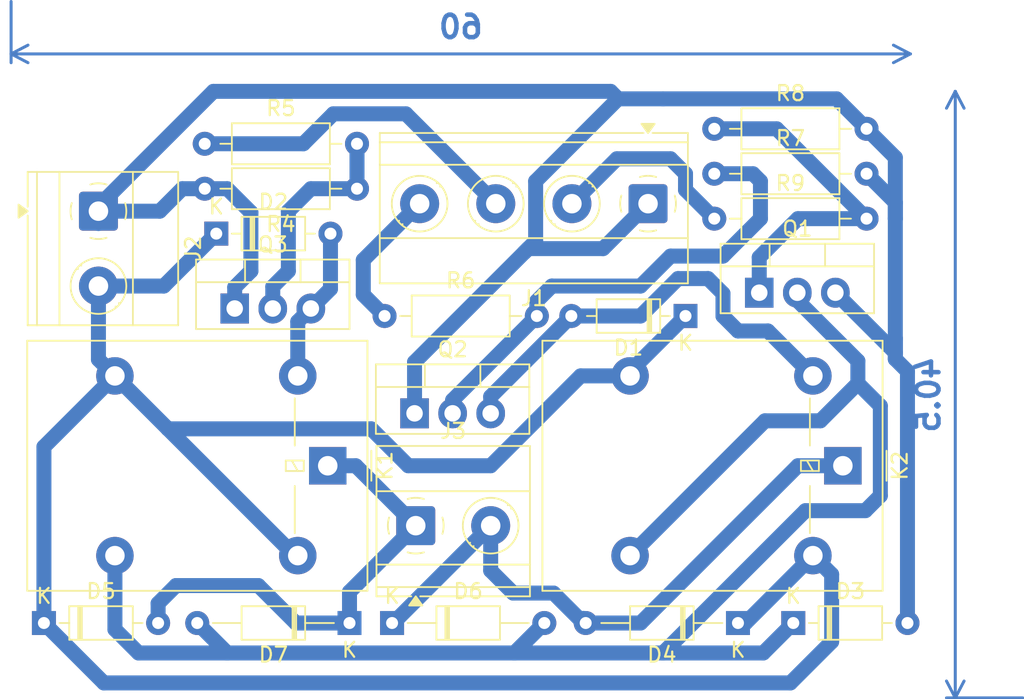
<source format=kicad_pcb>
(kicad_pcb (version 20241229) (generator "pcbnew") (generator_version "9.0")
  (layers (0 "F.Cu" signal) (2 "B.Cu" signal) (13 "F.Paste" user) (15 "B.Paste" user) (5 "F.SilkS" user "F.Silkscreen") (7 "B.SilkS" user "B.Silkscreen") (1 "F.Mask" user) (3 "B.Mask" user) (25 "Edge.Cuts" user))
  (net 0 "")
  (net 1 "Net-(D1-A)")
  (net 2 "VAA")
  (net 3 "Net-(D2-A)")
  (net 4 "GND")
  (net 5 "/mos_h")
  (net 6 "/com2")
  (net 7 "/com1")
  (net 8 "/in1")
  (net 9 "/Pwm")
  (net 10 "/in2")
  (net 11 "Net-(Q1-G)")
  (net 12 "Net-(Q2-B)")
  (net 13 "Net-(Q3-B)")
  (footprint "Diode_THT:D_DO-35_SOD27_P10.16mm_Horizontal" (layer "F.Cu") (at 157 64 180)
    (property "Reference" "D4" (at 5.08 -2.12 180) (layer "F.SilkS"))
    (property "Value" "D")
    (fp_line (start 9.12 0) (end 7.2 0) (stroke (width 0.12)) (layer "F.SilkS"))
    (fp_line (start 7.2 1.12) (end 7.2 -1.12) (stroke (width 0.12)) (layer "F.SilkS"))
    (fp_line (start 7.2 -1.12) (end 2.96 -1.12) (stroke (width 0.12)) (layer "F.SilkS"))
    (fp_line (start 3.8 -1.12) (end 3.8 1.12) (stroke (width 0.12)) (layer "F.SilkS"))
    (fp_line (start 3.68 -1.12) (end 3.68 1.12) (stroke (width 0.12)) (layer "F.SilkS"))
    (fp_line (start 3.56 -1.12) (end 3.56 1.12) (stroke (width 0.12)) (layer "F.SilkS"))
    (fp_line (start 2.96 1.12) (end 7.2 1.12) (stroke (width 0.12)) (layer "F.SilkS"))
    (fp_line (start 2.96 -1.12) (end 2.96 1.12) (stroke (width 0.12)) (layer "F.SilkS"))
    (fp_line (start 1.04 0) (end 2.96 0) (stroke (width 0.12)) (layer "F.SilkS"))
    (fp_text user "K" (at 0 -1.8 180) (layer "F.SilkS"))
    (pad "1" thru_hole rect (at 0 0 180) (size 1.6 1.6) (drill 0.8) (layers "*.Cu" "*.Mask") (net 2 "VAA"))
    (pad "2" thru_hole oval (at 10.16 0 180) (size 1.6 1.6) (drill 0.8) (layers "*.Cu" "*.Mask") (net 6 "/com2"))
  )
  (footprint "Resistor_THT:R_Axial_DIN0207_L6.3mm_D2.5mm_P10.16mm_Horizontal" (layer "F.Cu") (at 155.42 34)
    (property "Reference" "R7" (at 5.08 -2.37 0) (layer "F.SilkS"))
    (property "Value" "1k")
    (fp_line (start 1.04 0) (end 1.81 0) (stroke (width 0.12)) (layer "F.SilkS"))
    (fp_line (start 1.81 -1.37) (end 1.81 1.37) (stroke (width 0.12)) (layer "F.SilkS"))
    (fp_line (start 1.81 1.37) (end 8.35 1.37) (stroke (width 0.12)) (layer "F.SilkS"))
    (fp_line (start 8.35 -1.37) (end 1.81 -1.37) (stroke (width 0.12)) (layer "F.SilkS"))
    (fp_line (start 8.35 1.37) (end 8.35 -1.37) (stroke (width 0.12)) (layer "F.SilkS"))
    (fp_line (start 9.12 0) (end 8.35 0) (stroke (width 0.12)) (layer "F.SilkS"))
    (pad "1" thru_hole circle (at 0 0) (size 1.6 1.6) (drill 0.8) (layers "*.Cu" "*.Mask") (net 12 "Net-(Q2-B)"))
    (pad "2" thru_hole oval (at 10.16 0) (size 1.6 1.6) (drill 0.8) (layers "*.Cu" "*.Mask") (net 4 "GND"))
  )
  (footprint "Diode_THT:D_DO-35_SOD27_P10.16mm_Horizontal" (layer "F.Cu") (at 133.92 64)
    (property "Reference" "D6" (at 5.08 -2.12 0) (layer "F.SilkS"))
    (property "Value" "D")
    (fp_line (start 1.04 0) (end 2.96 0) (stroke (width 0.12)) (layer "F.SilkS"))
    (fp_line (start 2.96 -1.12) (end 2.96 1.12) (stroke (width 0.12)) (layer "F.SilkS"))
    (fp_line (start 2.96 1.12) (end 7.2 1.12) (stroke (width 0.12)) (layer "F.SilkS"))
    (fp_line (start 3.56 -1.12) (end 3.56 1.12) (stroke (width 0.12)) (layer "F.SilkS"))
    (fp_line (start 3.68 -1.12) (end 3.68 1.12) (stroke (width 0.12)) (layer "F.SilkS"))
    (fp_line (start 3.8 -1.12) (end 3.8 1.12) (stroke (width 0.12)) (layer "F.SilkS"))
    (fp_line (start 7.2 -1.12) (end 2.96 -1.12) (stroke (width 0.12)) (layer "F.SilkS"))
    (fp_line (start 7.2 1.12) (end 7.2 -1.12) (stroke (width 0.12)) (layer "F.SilkS"))
    (fp_line (start 9.12 0) (end 7.2 0) (stroke (width 0.12)) (layer "F.SilkS"))
    (fp_text user "K" (at 0 -1.8 0) (layer "F.SilkS"))
    (pad "1" thru_hole rect (at 0 0) (size 1.6 1.6) (drill 0.8) (layers "*.Cu" "*.Mask") (net 6 "/com2"))
    (pad "2" thru_hole oval (at 10.16 0) (size 1.6 1.6) (drill 0.8) (layers "*.Cu" "*.Mask") (net 5 "/mos_h"))
  )
  (footprint "TerminalBlock_Phoenix:TerminalBlock_Phoenix_MKDS-1,5-2_1x02_P5.00mm_Horizontal" (layer "F.Cu") (at 135.5 57.5)
    (property "Reference" "J3" (at 2.5 -6.32 0) (layer "F.SilkS"))
    (property "Value" "motor")
    (fp_line (start -2.62 -5.32) (end -2.62 4.72) (stroke (width 0.12)) (layer "F.SilkS"))
    (fp_line (start -2.62 -5.32) (end 7.62 -5.32) (stroke (width 0.12)) (layer "F.SilkS"))
    (fp_line (start -2.62 -2.3) (end 7.62 -2.3) (stroke (width 0.12)) (layer "F.SilkS"))
    (fp_line (start -2.62 2.6) (end 7.62 2.6) (stroke (width 0.12)) (layer "F.SilkS"))
    (fp_line (start -2.62 4.1) (end 7.62 4.1) (stroke (width 0.12)) (layer "F.SilkS"))
    (fp_line (start -2.62 4.72) (end -0.3 4.72) (stroke (width 0.12)) (layer "F.SilkS"))
    (fp_line (start 0.3 4.72) (end 7.62 4.72) (stroke (width 0.12)) (layer "F.SilkS"))
    (fp_line (start 3.633 1.14) (end 3.589 1.183) (stroke (width 0.12)) (layer "F.SilkS"))
    (fp_line (start 3.86 1.367) (end 3.816 1.41) (stroke (width 0.12)) (layer "F.SilkS"))
    (fp_line (start 6.184 -1.411) (end 6.14 -1.367) (stroke (width 0.12)) (layer "F.SilkS"))
    (fp_line (start 6.411 -1.184) (end 6.367 -1.14) (stroke (width 0.12)) (layer "F.SilkS"))
    (fp_line (start 7.62 -5.32) (end 7.62 4.72) (stroke (width 0.12)) (layer "F.SilkS"))
    (fp_arc (start -1.78 0.54) (mid -1.860107 0.000355) (end -1.780206 -0.539321) (stroke (width 0.12)) (layer "F.SilkS"))
    (fp_arc (start -0.54 -1.78) (mid -0.000355 -1.860107) (end 0.539321 -1.780206) (stroke (width 0.12)) (layer "F.SilkS"))
    (fp_arc (start 0.54 1.78) (mid 0.000355 1.860107) (end -0.539321 1.780206) (stroke (width 0.12)) (layer "F.SilkS"))
    (fp_arc (start 1.78 -0.54) (mid 1.860107 -0.000355) (end 1.780206 0.539321) (stroke (width 0.12)) (layer "F.SilkS"))
    (fp_circle (center 5 0) (end 6.86 0) (stroke (width 0.12)) (fill no) (layer "F.SilkS"))
    (fp_poly (pts (xy 0 4.72) (xy 0.44 5.33) (xy -0.44 5.33) (xy 0 4.72)) (stroke (width 0.12)) (fill yes) (layer "F.SilkS"))
    (pad "1" thru_hole roundrect (at 0 0) (size 2.6 2.6) (drill 1.3) (layers "*.Cu" "*.Mask") (roundrect_rratio 0.096154) (net 7 "/com1"))
    (pad "2" thru_hole circle (at 5 0) (size 2.6 2.6) (drill 1.3) (layers "*.Cu" "*.Mask") (net 6 "/com2"))
  )
  (footprint "Resistor_THT:R_Axial_DIN0207_L6.3mm_D2.5mm_P10.16mm_Horizontal" (layer "F.Cu") (at 131.58 35 180)
    (property "Reference" "R4" (at 5.08 -2.37 0) (layer "F.SilkS"))
    (property "Value" "1k")
    (fp_line (start 9.12 0) (end 8.35 0) (stroke (width 0.12)) (layer "F.SilkS"))
    (fp_line (start 8.35 1.37) (end 8.35 -1.37) (stroke (width 0.12)) (layer "F.SilkS"))
    (fp_line (start 8.35 -1.37) (end 1.81 -1.37) (stroke (width 0.12)) (layer "F.SilkS"))
    (fp_line (start 1.81 1.37) (end 8.35 1.37) (stroke (width 0.12)) (layer "F.SilkS"))
    (fp_line (start 1.81 -1.37) (end 1.81 1.37) (stroke (width 0.12)) (layer "F.SilkS"))
    (fp_line (start 1.04 0) (end 1.81 0) (stroke (width 0.12)) (layer "F.SilkS"))
    (pad "1" thru_hole circle (at 0 0 180) (size 1.6 1.6) (drill 0.8) (layers "*.Cu" "*.Mask") (net 13 "Net-(Q3-B)"))
    (pad "2" thru_hole oval (at 10.16 0 180) (size 1.6 1.6) (drill 0.8) (layers "*.Cu" "*.Mask") (net 4 "GND"))
  )
  (footprint "Diode_THT:D_DO-35_SOD27_P7.62mm_Horizontal" (layer "F.Cu") (at 110.69 64)
    (property "Reference" "D5" (at 3.81 -2.12 0) (layer "F.SilkS"))
    (property "Value" "D")
    (fp_line (start 1.04 0) (end 1.69 0) (stroke (width 0.12)) (layer "F.SilkS"))
    (fp_line (start 1.69 -1.12) (end 1.69 1.12) (stroke (width 0.12)) (layer "F.SilkS"))
    (fp_line (start 1.69 1.12) (end 5.93 1.12) (stroke (width 0.12)) (layer "F.SilkS"))
    (fp_line (start 2.29 -1.12) (end 2.29 1.12) (stroke (width 0.12)) (layer "F.SilkS"))
    (fp_line (start 2.41 -1.12) (end 2.41 1.12) (stroke (width 0.12)) (layer "F.SilkS"))
    (fp_line (start 2.53 -1.12) (end 2.53 1.12) (stroke (width 0.12)) (layer "F.SilkS"))
    (fp_line (start 5.93 -1.12) (end 1.69 -1.12) (stroke (width 0.12)) (layer "F.SilkS"))
    (fp_line (start 5.93 1.12) (end 5.93 -1.12) (stroke (width 0.12)) (layer "F.SilkS"))
    (fp_line (start 6.58 0) (end 5.93 0) (stroke (width 0.12)) (layer "F.SilkS"))
    (fp_text user "K" (at 0 -1.8 0) (layer "F.SilkS"))
    (pad "1" thru_hole rect (at 0 0) (size 1.6 1.6) (drill 0.8) (layers "*.Cu" "*.Mask") (net 2 "VAA"))
    (pad "2" thru_hole oval (at 7.62 0) (size 1.6 1.6) (drill 0.8) (layers "*.Cu" "*.Mask") (net 7 "/com1"))
  )
  (footprint "Resistor_THT:R_Axial_DIN0207_L6.3mm_D2.5mm_P10.16mm_Horizontal" (layer "F.Cu") (at 121.42 32)
    (property "Reference" "R5" (at 5.08 -2.37 0) (layer "F.SilkS"))
    (property "Value" "1k")
    (fp_line (start 1.04 0) (end 1.81 0) (stroke (width 0.12)) (layer "F.SilkS"))
    (fp_line (start 1.81 -1.37) (end 1.81 1.37) (stroke (width 0.12)) (layer "F.SilkS"))
    (fp_line (start 1.81 1.37) (end 8.35 1.37) (stroke (width 0.12)) (layer "F.SilkS"))
    (fp_line (start 8.35 -1.37) (end 1.81 -1.37) (stroke (width 0.12)) (layer "F.SilkS"))
    (fp_line (start 8.35 1.37) (end 8.35 -1.37) (stroke (width 0.12)) (layer "F.SilkS"))
    (fp_line (start 9.12 0) (end 8.35 0) (stroke (width 0.12)) (layer "F.SilkS"))
    (pad "1" thru_hole circle (at 0 0) (size 1.6 1.6) (drill 0.8) (layers "*.Cu" "*.Mask") (net 8 "/in1"))
    (pad "2" thru_hole oval (at 10.16 0) (size 1.6 1.6) (drill 0.8) (layers "*.Cu" "*.Mask") (net 13 "Net-(Q3-B)"))
  )
  (footprint "Package_TO_SOT_THT:TO-220-3_Vertical" (layer "F.Cu") (at 135.42 50)
    (property "Reference" "Q2" (at 2.54 -4.27 0) (layer "F.SilkS"))
    (property "Value" "2N2219")
    (fp_line (start -2.58 -3.27) (end -2.58 1.371) (stroke (width 0.12)) (layer "F.SilkS"))
    (fp_line (start -2.58 -3.27) (end 7.66 -3.27) (stroke (width 0.12)) (layer "F.SilkS"))
    (fp_line (start -2.58 -1.76) (end 7.66 -1.76) (stroke (width 0.12)) (layer "F.SilkS"))
    (fp_line (start -2.58 1.371) (end 7.66 1.371) (stroke (width 0.12)) (layer "F.SilkS"))
    (fp_line (start 0.69 -3.27) (end 0.69 -1.76) (stroke (width 0.12)) (layer "F.SilkS"))
    (fp_line (start 4.391 -3.27) (end 4.391 -1.76) (stroke (width 0.12)) (layer "F.SilkS"))
    (fp_line (start 7.66 -3.27) (end 7.66 1.371) (stroke (width 0.12)) (layer "F.SilkS"))
    (pad "1" thru_hole rect (at 0 0) (size 1.905 2) (drill 1.1) (layers "*.Cu" "*.Mask") (net 4 "GND"))
    (pad "2" thru_hole oval (at 2.54 0) (size 1.905 2) (drill 1.1) (layers "*.Cu" "*.Mask") (net 12 "Net-(Q2-B)"))
    (pad "3" thru_hole oval (at 5.08 0) (size 1.905 2) (drill 1.1) (layers "*.Cu" "*.Mask") (net 1 "Net-(D1-A)"))
  )
  (footprint "TerminalBlock_Phoenix:TerminalBlock_Phoenix_MKDS-1,5-2_1x02_P5.00mm_Horizontal" (layer "F.Cu") (at 114.3275 36.5 -90)
    (property "Reference" "J2" (at 2.5 -6.32 90) (layer "F.SilkS"))
    (property "Value" "power")
    (fp_line (start -2.62 4.72) (end -0.3 4.72) (stroke (width 0.12)) (layer "F.SilkS"))
    (fp_line (start 0.3 4.72) (end 7.62 4.72) (stroke (width 0.12)) (layer "F.SilkS"))
    (fp_line (start -2.62 4.1) (end 7.62 4.1) (stroke (width 0.12)) (layer "F.SilkS"))
    (fp_line (start -2.62 2.6) (end 7.62 2.6) (stroke (width 0.12)) (layer "F.SilkS"))
    (fp_line (start 3.86 1.367) (end 3.816 1.41) (stroke (width 0.12)) (layer "F.SilkS"))
    (fp_line (start 3.633 1.14) (end 3.589 1.183) (stroke (width 0.12)) (layer "F.SilkS"))
    (fp_line (start 6.411 -1.184) (end 6.367 -1.14) (stroke (width 0.12)) (layer "F.SilkS"))
    (fp_line (start 6.184 -1.411) (end 6.14 -1.367) (stroke (width 0.12)) (layer "F.SilkS"))
    (fp_line (start -2.62 -2.3) (end 7.62 -2.3) (stroke (width 0.12)) (layer "F.SilkS"))
    (fp_line (start -2.62 -5.32) (end -2.62 4.72) (stroke (width 0.12)) (layer "F.SilkS"))
    (fp_line (start -2.62 -5.32) (end 7.62 -5.32) (stroke (width 0.12)) (layer "F.SilkS"))
    (fp_line (start 7.62 -5.32) (end 7.62 4.72) (stroke (width 0.12)) (layer "F.SilkS"))
    (fp_arc (start 0.54 1.78) (mid 0.000355 1.860107) (end -0.539321 1.780206) (stroke (width 0.12)) (layer "F.SilkS"))
    (fp_arc (start -1.78 0.54) (mid -1.860107 0.000355) (end -1.780206 -0.539321) (stroke (width 0.12)) (layer "F.SilkS"))
    (fp_arc (start 1.78 -0.54) (mid 1.860107 -0.000355) (end 1.780206 0.539321) (stroke (width 0.12)) (layer "F.SilkS"))
    (fp_arc (start -0.54 -1.78) (mid -0.000355 -1.860107) (end 0.539321 -1.780206) (stroke (width 0.12)) (layer "F.SilkS"))
    (fp_circle (center 5 0) (end 6.86 0) (stroke (width 0.12)) (fill no) (layer "F.SilkS"))
    (fp_poly (pts (xy 0 4.72) (xy 0.44 5.33) (xy -0.44 5.33) (xy 0 4.72)) (stroke (width 0.12)) (fill yes) (layer "F.SilkS"))
    (pad "1" thru_hole roundrect (at 0 0 270) (size 2.6 2.6) (drill 1.3) (layers "*.Cu" "*.Mask") (roundrect_rratio 0.096154) (net 4 "GND"))
    (pad "2" thru_hole circle (at 5 0 270) (size 2.6 2.6) (drill 1.3) (layers "*.Cu" "*.Mask") (net 2 "VAA"))
  )
  (footprint "Diode_THT:D_DO-35_SOD27_P7.62mm_Horizontal" (layer "F.Cu") (at 160.69 64)
    (property "Reference" "D3" (at 3.81 -2.12 0) (layer "F.SilkS"))
    (property "Value" "D")
    (fp_line (start 1.04 0) (end 1.69 0) (stroke (width 0.12)) (layer "F.SilkS"))
    (fp_line (start 1.69 -1.12) (end 1.69 1.12) (stroke (width 0.12)) (layer "F.SilkS"))
    (fp_line (start 1.69 1.12) (end 5.93 1.12) (stroke (width 0.12)) (layer "F.SilkS"))
    (fp_line (start 2.29 -1.12) (end 2.29 1.12) (stroke (width 0.12)) (layer "F.SilkS"))
    (fp_line (start 2.41 -1.12) (end 2.41 1.12) (stroke (width 0.12)) (layer "F.SilkS"))
    (fp_line (start 2.53 -1.12) (end 2.53 1.12) (stroke (width 0.12)) (layer "F.SilkS"))
    (fp_line (start 5.93 -1.12) (end 1.69 -1.12) (stroke (width 0.12)) (layer "F.SilkS"))
    (fp_line (start 5.93 1.12) (end 5.93 -1.12) (stroke (width 0.12)) (layer "F.SilkS"))
    (fp_line (start 6.58 0) (end 5.93 0) (stroke (width 0.12)) (layer "F.SilkS"))
    (fp_text user "K" (at 0 -1.8 0) (layer "F.SilkS"))
    (pad "1" thru_hole rect (at 0 0) (size 1.6 1.6) (drill 0.8) (layers "*.Cu" "*.Mask") (net 5 "/mos_h"))
    (pad "2" thru_hole oval (at 7.62 0) (size 1.6 1.6) (drill 0.8) (layers "*.Cu" "*.Mask") (net 4 "GND"))
  )
  (footprint "Relay_THT:Relay_SPDT_Omron-G5LE-1" (layer "F.Cu") (at 164 53.5 -90)
    (property "Reference" "K2" (at 0 -3.8 90) (layer "F.SilkS"))
    (property "Value" "G5LE-1")
    (fp_line (start -8.35 20.05) (end 8.35 20.05) (stroke (width 0.12)) (layer "F.SilkS"))
    (fp_line (start 8.35 20.05) (end 8.35 -2.65) (stroke (width 0.12)) (layer "F.SilkS"))
    (fp_line (start -0.35 2.8) (end 0.35 2.8) (stroke (width 0.12)) (layer "F.SilkS"))
    (fp_line (start 0.35 2.8) (end 0.35 1.6) (stroke (width 0.12)) (layer "F.SilkS"))
    (fp_line (start -0.35 2.4) (end 0.35 2) (stroke (width 0.12)) (layer "F.SilkS"))
    (fp_line (start -4.5 2.2) (end -1.35 2.2) (stroke (width 0.12)) (layer "F.SilkS"))
    (fp_line (start 1.35 2.2) (end 4.5 2.2) (stroke (width 0.12)) (layer "F.SilkS"))
    (fp_line (start -0.35 1.6) (end -0.35 2.8) (stroke (width 0.12)) (layer "F.SilkS"))
    (fp_line (start 0.35 1.6) (end -0.35 1.6) (stroke (width 0.12)) (layer "F.SilkS"))
    (fp_line (start -8.35 -2.65) (end -8.35 20.05) (stroke (width 0.12)) (layer "F.SilkS"))
    (fp_line (start 8.35 -2.65) (end -8.35 -2.65) (stroke (width 0.12)) (layer "F.SilkS"))
    (fp_line (start -1 -2.91) (end 1 -2.91) (stroke (width 0.12)) (layer "F.SilkS"))
    (pad "1" thru_hole rect (at 0 0 270) (size 2.5 2.5) (drill 1.3) (layers "*.Cu" "*.Mask") (net 6 "/com2"))
    (pad "2" thru_hole oval (at -6 2 270) (size 2.5 2.5) (drill 1.3) (layers "*.Cu" "*.Mask") (net 1 "Net-(D1-A)"))
    (pad "3" thru_hole oval (at -6 14.2 270) (size 2.5 2.5) (drill 1.3) (layers "*.Cu" "*.Mask") (net 2 "VAA"))
    (pad "4" thru_hole oval (at 6 14.2 270) (size 2.5 2.5) (drill 1.3) (layers "*.Cu" "*.Mask") (net 5 "/mos_h"))
    (pad "5" thru_hole oval (at 6 2 270) (size 2.5 2.5) (drill 1.3) (layers "*.Cu" "*.Mask") (net 2 "VAA"))
  )
  (footprint "TerminalBlock_Phoenix:TerminalBlock_Phoenix_MKDS-1,5-4-5.08_1x04_P5.08mm_Horizontal" (layer "F.Cu") (at 151 36 180)
    (property "Reference" "J1" (at 7.62 -6.32 0) (layer "F.SilkS"))
    (property "Value" "control")
    (fp_line (start 17.9 -5.32) (end 17.9 4.72) (stroke (width 0.12)) (layer "F.SilkS"))
    (fp_line (start 16.651 -1.184) (end 16.607 -1.14) (stroke (width 0.12)) (layer "F.SilkS"))
    (fp_line (start 16.424 -1.411) (end 16.38 -1.367) (stroke (width 0.12)) (layer "F.SilkS"))
    (fp_line (start 14.1 1.367) (end 14.056 1.41) (stroke (width 0.12)) (layer "F.SilkS"))
    (fp_line (start 13.873 1.14) (end 13.829 1.183) (stroke (width 0.12)) (layer "F.SilkS"))
    (fp_line (start 11.571 -1.184) (end 11.527 -1.14) (stroke (width 0.12)) (layer "F.SilkS"))
    (fp_line (start 11.344 -1.411) (end 11.3 -1.367) (stroke (width 0.12)) (layer "F.SilkS"))
    (fp_line (start 9.02 1.367) (end 8.976 1.41) (stroke (width 0.12)) (layer "F.SilkS"))
    (fp_line (start 8.793 1.14) (end 8.749 1.183) (stroke (width 0.12)) (layer "F.SilkS"))
    (fp_line (start 6.491 -1.184) (end 6.447 -1.14) (stroke (width 0.12)) (layer "F.SilkS"))
    (fp_line (start 6.264 -1.411) (end 6.22 -1.367) (stroke (width 0.12)) (layer "F.SilkS"))
    (fp_line (start 3.94 1.367) (end 3.896 1.41) (stroke (width 0.12)) (layer "F.SilkS"))
    (fp_line (start 3.713 1.14) (end 3.669 1.183) (stroke (width 0.12)) (layer "F.SilkS"))
    (fp_line (start 0.3 4.72) (end 17.9 4.72) (stroke (width 0.12)) (layer "F.SilkS"))
    (fp_line (start -2.66 4.72) (end -0.3 4.72) (stroke (width 0.12)) (layer "F.SilkS"))
    (fp_line (start -2.66 4.1) (end 17.9 4.1) (stroke (width 0.12)) (layer "F.SilkS"))
    (fp_line (start -2.66 2.6) (end 17.9 2.6) (stroke (width 0.12)) (layer "F.SilkS"))
    (fp_line (start -2.66 -2.3) (end 17.9 -2.3) (stroke (width 0.12)) (layer "F.SilkS"))
    (fp_line (start -2.66 -5.32) (end 17.9 -5.32) (stroke (width 0.12)) (layer "F.SilkS"))
    (fp_line (start -2.66 -5.32) (end -2.66 4.72) (stroke (width 0.12)) (layer "F.SilkS"))
    (fp_arc (start 1.78 -0.54) (mid 1.860107 -0.000355) (end 1.780206 0.539321) (stroke (width 0.12)) (layer "F.SilkS"))
    (fp_arc (start 0.54 1.78) (mid 0.000355 1.860107) (end -0.539321 1.780206) (stroke (width 0.12)) (layer "F.SilkS"))
    (fp_arc (start -0.54 -1.78) (mid -0.000355 -1.860107) (end 0.539321 -1.780206) (stroke (width 0.12)) (layer "F.SilkS"))
    (fp_arc (start -1.78 0.54) (mid -1.860107 0.000355) (end -1.780206 -0.539321) (stroke (width 0.12)) (layer "F.SilkS"))
    (fp_circle (center 15.24 0) (end 17.1 0) (stroke (width 0.12)) (fill no) (layer "F.SilkS"))
    (fp_circle (center 10.16 0) (end 12.02 0) (stroke (width 0.12)) (fill no) (layer "F.SilkS"))
    (fp_circle (center 5.08 0) (end 6.94 0) (stroke (width 0.12)) (fill no) (layer "F.SilkS"))
    (fp_poly (pts (xy 0 4.72) (xy 0.44 5.33) (xy -0.44 5.33) (xy 0 4.72)) (stroke (width 0.12)) (fill yes) (layer "F.SilkS"))
    (pad "1" thru_hole roundrect (at 0 0 180) (size 2.6 2.6) (drill 1.3) (layers "*.Cu" "*.Mask") (roundrect_rratio 0.096154) (net 4 "GND"))
    (pad "2" thru_hole circle (at 5.08 0 180) (size 2.6 2.6) (drill 1.3) (layers "*.Cu" "*.Mask") (net 9 "/Pwm"))
    (pad "3" thru_hole circle (at 10.16 0 180) (size 2.6 2.6) (drill 1.3) (layers "*.Cu" "*.Mask") (net 8 "/in1"))
    (pad "4" thru_hole circle (at 15.24 0 180) (size 2.6 2.6) (drill 1.3) (layers "*.Cu" "*.Mask") (net 10 "/in2"))
  )
  (footprint "Resistor_THT:R_Axial_DIN0207_L6.3mm_D2.5mm_P10.16mm_Horizontal" (layer "F.Cu") (at 155.42 31)
    (property "Reference" "R8" (at 5.08 -2.37 0) (layer "F.SilkS"))
    (property "Value" "10k")
    (fp_line (start 1.04 0) (end 1.81 0) (stroke (width 0.12)) (layer "F.SilkS"))
    (fp_line (start 1.81 -1.37) (end 1.81 1.37) (stroke (width 0.12)) (layer "F.SilkS"))
    (fp_line (start 1.81 1.37) (end 8.35 1.37) (stroke (width 0.12)) (layer "F.SilkS"))
    (fp_line (start 8.35 -1.37) (end 1.81 -1.37) (stroke (width 0.12)) (layer "F.SilkS"))
    (fp_line (start 8.35 1.37) (end 8.35 -1.37) (stroke (width 0.12)) (layer "F.SilkS"))
    (fp_line (start 9.12 0) (end 8.35 0) (stroke (width 0.12)) (layer "F.SilkS"))
    (pad "1" thru_hole circle (at 0 0) (size 1.6 1.6) (drill 0.8) (layers "*.Cu" "*.Mask") (net 11 "Net-(Q1-G)"))
    (pad "2" thru_hole oval (at 10.16 0) (size 1.6 1.6) (drill 0.8) (layers "*.Cu" "*.Mask") (net 4 "GND"))
  )
  (footprint "Resistor_THT:R_Axial_DIN0207_L6.3mm_D2.5mm_P10.16mm_Horizontal" (layer "F.Cu") (at 155.42 37)
    (property "Reference" "R9" (at 5.08 -2.37 0) (layer "F.SilkS"))
    (property "Value" "1k")
    (fp_line (start 1.04 0) (end 1.81 0) (stroke (width 0.12)) (layer "F.SilkS"))
    (fp_line (start 1.81 -1.37) (end 1.81 1.37) (stroke (width 0.12)) (layer "F.SilkS"))
    (fp_line (start 1.81 1.37) (end 8.35 1.37) (stroke (width 0.12)) (layer "F.SilkS"))
    (fp_line (start 8.35 -1.37) (end 1.81 -1.37) (stroke (width 0.12)) (layer "F.SilkS"))
    (fp_line (start 8.35 1.37) (end 8.35 -1.37) (stroke (width 0.12)) (layer "F.SilkS"))
    (fp_line (start 9.12 0) (end 8.35 0) (stroke (width 0.12)) (layer "F.SilkS"))
    (pad "1" thru_hole circle (at 0 0) (size 1.6 1.6) (drill 0.8) (layers "*.Cu" "*.Mask") (net 9 "/Pwm"))
    (pad "2" thru_hole oval (at 10.16 0) (size 1.6 1.6) (drill 0.8) (layers "*.Cu" "*.Mask") (net 11 "Net-(Q1-G)"))
  )
  (footprint "Resistor_THT:R_Axial_DIN0207_L6.3mm_D2.5mm_P10.16mm_Horizontal" (layer "F.Cu") (at 133.42 43.5)
    (property "Reference" "R6" (at 5.08 -2.37 0) (layer "F.SilkS"))
    (property "Value" "1k")
    (fp_line (start 1.04 0) (end 1.81 0) (stroke (width 0.12)) (layer "F.SilkS"))
    (fp_line (start 1.81 -1.37) (end 1.81 1.37) (stroke (width 0.12)) (layer "F.SilkS"))
    (fp_line (start 1.81 1.37) (end 8.35 1.37) (stroke (width 0.12)) (layer "F.SilkS"))
    (fp_line (start 8.35 -1.37) (end 1.81 -1.37) (stroke (width 0.12)) (layer "F.SilkS"))
    (fp_line (start 8.35 1.37) (end 8.35 -1.37) (stroke (width 0.12)) (layer "F.SilkS"))
    (fp_line (start 9.12 0) (end 8.35 0) (stroke (width 0.12)) (layer "F.SilkS"))
    (pad "1" thru_hole circle (at 0 0) (size 1.6 1.6) (drill 0.8) (layers "*.Cu" "*.Mask") (net 10 "/in2"))
    (pad "2" thru_hole oval (at 10.16 0) (size 1.6 1.6) (drill 0.8) (layers "*.Cu" "*.Mask") (net 12 "Net-(Q2-B)"))
  )
  (footprint "Diode_THT:D_DO-35_SOD27_P10.16mm_Horizontal" (layer "F.Cu") (at 131.08 64 180)
    (property "Reference" "D7" (at 5.08 -2.12 0) (layer "F.SilkS"))
    (property "Value" "D")
    (fp_line (start 9.12 0) (end 7.2 0) (stroke (width 0.12)) (layer "F.SilkS"))
    (fp_line (start 7.2 1.12) (end 7.2 -1.12) (stroke (width 0.12)) (layer "F.SilkS"))
    (fp_line (start 7.2 -1.12) (end 2.96 -1.12) (stroke (width 0.12)) (layer "F.SilkS"))
    (fp_line (start 3.8 -1.12) (end 3.8 1.12) (stroke (width 0.12)) (layer "F.SilkS"))
    (fp_line (start 3.68 -1.12) (end 3.68 1.12) (stroke (width 0.12)) (layer "F.SilkS"))
    (fp_line (start 3.56 -1.12) (end 3.56 1.12) (stroke (width 0.12)) (layer "F.SilkS"))
    (fp_line (start 2.96 1.12) (end 7.2 1.12) (stroke (width 0.12)) (layer "F.SilkS"))
    (fp_line (start 2.96 -1.12) (end 2.96 1.12) (stroke (width 0.12)) (layer "F.SilkS"))
    (fp_line (start 1.04 0) (end 2.96 0) (stroke (width 0.12)) (layer "F.SilkS"))
    (fp_text user "K" (at 0 -1.8 0) (layer "F.SilkS"))
    (pad "1" thru_hole rect (at 0 0 180) (size 1.6 1.6) (drill 0.8) (layers "*.Cu" "*.Mask") (net 7 "/com1"))
    (pad "2" thru_hole oval (at 10.16 0 180) (size 1.6 1.6) (drill 0.8) (layers "*.Cu" "*.Mask") (net 5 "/mos_h"))
  )
  (footprint "Diode_THT:D_DO-35_SOD27_P7.62mm_Horizontal" (layer "F.Cu") (at 153.5 43.5 180)
    (property "Reference" "D1" (at 3.81 -2.12 0) (layer "F.SilkS"))
    (property "Value" "D")
    (fp_line (start 6.58 0) (end 5.93 0) (stroke (width 0.12)) (layer "F.SilkS"))
    (fp_line (start 5.93 1.12) (end 5.93 -1.12) (stroke (width 0.12)) (layer "F.SilkS"))
    (fp_line (start 5.93 -1.12) (end 1.69 -1.12) (stroke (width 0.12)) (layer "F.SilkS"))
    (fp_line (start 2.53 -1.12) (end 2.53 1.12) (stroke (width 0.12)) (layer "F.SilkS"))
    (fp_line (start 2.41 -1.12) (end 2.41 1.12) (stroke (width 0.12)) (layer "F.SilkS"))
    (fp_line (start 2.29 -1.12) (end 2.29 1.12) (stroke (width 0.12)) (layer "F.SilkS"))
    (fp_line (start 1.69 1.12) (end 5.93 1.12) (stroke (width 0.12)) (layer "F.SilkS"))
    (fp_line (start 1.69 -1.12) (end 1.69 1.12) (stroke (width 0.12)) (layer "F.SilkS"))
    (fp_line (start 1.04 0) (end 1.69 0) (stroke (width 0.12)) (layer "F.SilkS"))
    (fp_text user "K" (at 0 -1.8 0) (layer "F.SilkS"))
    (pad "1" thru_hole rect (at 0 0 180) (size 1.6 1.6) (drill 0.8) (layers "*.Cu" "*.Mask") (net 2 "VAA"))
    (pad "2" thru_hole oval (at 7.62 0 180) (size 1.6 1.6) (drill 0.8) (layers "*.Cu" "*.Mask") (net 1 "Net-(D1-A)"))
  )
  (footprint "Package_TO_SOT_THT:TO-220-3_Vertical" (layer "F.Cu") (at 123.42 43)
    (property "Reference" "Q3" (at 2.54 -4.27 0) (layer "F.SilkS"))
    (property "Value" "2N2219")
    (fp_line (start -2.58 -3.27) (end -2.58 1.371) (stroke (width 0.12)) (layer "F.SilkS"))
    (fp_line (start -2.58 -3.27) (end 7.66 -3.27) (stroke (width 0.12)) (layer "F.SilkS"))
    (fp_line (start -2.58 -1.76) (end 7.66 -1.76) (stroke (width 0.12)) (layer "F.SilkS"))
    (fp_line (start -2.58 1.371) (end 7.66 1.371) (stroke (width 0.12)) (layer "F.SilkS"))
    (fp_line (start 0.69 -3.27) (end 0.69 -1.76) (stroke (width 0.12)) (layer "F.SilkS"))
    (fp_line (start 4.391 -3.27) (end 4.391 -1.76) (stroke (width 0.12)) (layer "F.SilkS"))
    (fp_line (start 7.66 -3.27) (end 7.66 1.371) (stroke (width 0.12)) (layer "F.SilkS"))
    (pad "1" thru_hole rect (at 0 0) (size 1.905 2) (drill 1.1) (layers "*.Cu" "*.Mask") (net 4 "GND"))
    (pad "2" thru_hole oval (at 2.54 0) (size 1.905 2) (drill 1.1) (layers "*.Cu" "*.Mask") (net 13 "Net-(Q3-B)"))
    (pad "3" thru_hole oval (at 5.08 0) (size 1.905 2) (drill 1.1) (layers "*.Cu" "*.Mask") (net 3 "Net-(D2-A)"))
  )
  (footprint "Relay_THT:Relay_SPDT_Omron-G5LE-1" (layer "F.Cu") (at 129.6275 53.5 -90)
    (property "Reference" "K1" (at 0 -3.8 90) (layer "F.SilkS"))
    (property "Value" "G5LE-1")
    (fp_line (start -8.35 20.05) (end 8.35 20.05) (stroke (width 0.12)) (layer "F.SilkS"))
    (fp_line (start 8.35 20.05) (end 8.35 -2.65) (stroke (width 0.12)) (layer "F.SilkS"))
    (fp_line (start -0.35 2.8) (end 0.35 2.8) (stroke (width 0.12)) (layer "F.SilkS"))
    (fp_line (start 0.35 2.8) (end 0.35 1.6) (stroke (width 0.12)) (layer "F.SilkS"))
    (fp_line (start -0.35 2.4) (end 0.35 2) (stroke (width 0.12)) (layer "F.SilkS"))
    (fp_line (start -4.5 2.2) (end -1.35 2.2) (stroke (width 0.12)) (layer "F.SilkS"))
    (fp_line (start 1.35 2.2) (end 4.5 2.2) (stroke (width 0.12)) (layer "F.SilkS"))
    (fp_line (start -0.35 1.6) (end -0.35 2.8) (stroke (width 0.12)) (layer "F.SilkS"))
    (fp_line (start 0.35 1.6) (end -0.35 1.6) (stroke (width 0.12)) (layer "F.SilkS"))
    (fp_line (start -8.35 -2.65) (end -8.35 20.05) (stroke (width 0.12)) (layer "F.SilkS"))
    (fp_line (start 8.35 -2.65) (end -8.35 -2.65) (stroke (width 0.12)) (layer "F.SilkS"))
    (fp_line (start -1 -2.91) (end 1 -2.91) (stroke (width 0.12)) (layer "F.SilkS"))
    (pad "1" thru_hole rect (at 0 0 270) (size 2.5 2.5) (drill 1.3) (layers "*.Cu" "*.Mask") (net 7 "/com1"))
    (pad "2" thru_hole oval (at -6 2 270) (size 2.5 2.5) (drill 1.3) (layers "*.Cu" "*.Mask") (net 3 "Net-(D2-A)"))
    (pad "3" thru_hole oval (at -6 14.2 270) (size 2.5 2.5) (drill 1.3) (layers "*.Cu" "*.Mask") (net 2 "VAA"))
    (pad "4" thru_hole oval (at 6 14.2 270) (size 2.5 2.5) (drill 1.3) (layers "*.Cu" "*.Mask") (net 5 "/mos_h"))
    (pad "5" thru_hole oval (at 6 2 270) (size 2.5 2.5) (drill 1.3) (layers "*.Cu" "*.Mask") (net 2 "VAA"))
  )
  (footprint "Diode_THT:D_DO-35_SOD27_P7.62mm_Horizontal" (layer "F.Cu") (at 122.19 38)
    (property "Reference" "D2" (at 3.81 -2.12 0) (layer "F.SilkS"))
    (property "Value" "D")
    (fp_line (start 1.04 0) (end 1.69 0) (stroke (width 0.12)) (layer "F.SilkS"))
    (fp_line (start 1.69 -1.12) (end 1.69 1.12) (stroke (width 0.12)) (layer "F.SilkS"))
    (fp_line (start 1.69 1.12) (end 5.93 1.12) (stroke (width 0.12)) (layer "F.SilkS"))
    (fp_line (start 2.29 -1.12) (end 2.29 1.12) (stroke (width 0.12)) (layer "F.SilkS"))
    (fp_line (start 2.41 -1.12) (end 2.41 1.12) (stroke (width 0.12)) (layer "F.SilkS"))
    (fp_line (start 2.53 -1.12) (end 2.53 1.12) (stroke (width 0.12)) (layer "F.SilkS"))
    (fp_line (start 5.93 -1.12) (end 1.69 -1.12) (stroke (width 0.12)) (layer "F.SilkS"))
    (fp_line (start 5.93 1.12) (end 5.93 -1.12) (stroke (width 0.12)) (layer "F.SilkS"))
    (fp_line (start 6.58 0) (end 5.93 0) (stroke (width 0.12)) (layer "F.SilkS"))
    (fp_text user "K" (at 0 -1.8 0) (layer "F.SilkS"))
    (pad "1" thru_hole rect (at 0 0) (size 1.6 1.6) (drill 0.8) (layers "*.Cu" "*.Mask") (net 2 "VAA"))
    (pad "2" thru_hole oval (at 7.62 0) (size 1.6 1.6) (drill 0.8) (layers "*.Cu" "*.Mask") (net 3 "Net-(D2-A)"))
  )
  (footprint "Package_TO_SOT_THT:TO-220-3_Vertical" (layer "F.Cu") (at 158.42 41.945)
    (property "Reference" "Q1" (at 2.54 -4.27 0) (layer "F.SilkS"))
    (property "Value" "IRF540N")
    (fp_line (start -2.58 -3.27) (end -2.58 1.371) (stroke (width 0.12)) (layer "F.SilkS"))
    (fp_line (start -2.58 -3.27) (end 7.66 -3.27) (stroke (width 0.12)) (layer "F.SilkS"))
    (fp_line (start -2.58 -1.76) (end 7.66 -1.76) (stroke (width 0.12)) (layer "F.SilkS"))
    (fp_line (start -2.58 1.371) (end 7.66 1.371) (stroke (width 0.12)) (layer "F.SilkS"))
    (fp_line (start 0.69 -3.27) (end 0.69 -1.76) (stroke (width 0.12)) (layer "F.SilkS"))
    (fp_line (start 4.391 -3.27) (end 4.391 -1.76) (stroke (width 0.12)) (layer "F.SilkS"))
    (fp_line (start 7.66 -3.27) (end 7.66 1.371) (stroke (width 0.12)) (layer "F.SilkS"))
    (pad "1" thru_hole rect (at 0 0) (size 1.905 2) (drill 1.1) (layers "*.Cu" "*.Mask") (net 11 "Net-(Q1-G)"))
    (pad "2" thru_hole oval (at 2.54 0) (size 1.905 2) (drill 1.1) (layers "*.Cu" "*.Mask") (net 5 "/mos_h"))
    (pad "3" thru_hole oval (at 5.08 0) (size 1.905 2) (drill 1.1) (layers "*.Cu" "*.Mask") (net 4 "GND"))
  )
  (dimension (type orthogonal) (layer "B.Cu") (pts (xy 108.5 22) (xy 168.5 26)) (height 4) (orientation 0) (format (prefix "") (suffix "") (units 3) (units_format 0) (precision 4) (suppress_zeroes yes)) (style (thickness 0.2) (arrow_length 1.27) (text_position_mode 0) (arrow_direction outward) (extension_height 0.58642) (extension_offset 0.5) (keep_text_aligned yes)) (gr_text "60" (at 138.5 24.2 0) (layer "B.Cu") (effects (font (size 1.5 1.5) (thickness 0.3)) (justify mirror))))
  (dimension (type orthogonal) (layer "B.Cu") (pts (xy 171.5 28.5) (xy 176.5 69)) (height 0) (orientation 1) (format (prefix "") (suffix "") (units 3) (units_format 0) (precision 4) (suppress_zeroes yes)) (style (thickness 0.2) (arrow_length 1.27) (text_position_mode 0) (arrow_direction outward) (extension_height 0.58642) (extension_offset 0.5) (keep_text_aligned yes)) (gr_text "40.5" (at 169.7 48.75 90) (layer "B.Cu") (effects (font (size 1.5 1.5) (thickness 0.3)) (justify mirror))))
  (segment (start 140.5 48.88) (end 145.88 43.5) (width 1) (layer "B.Cu") (net 1))
  (segment (start 155 41) (end 156 42) (width 1) (layer "B.Cu") (net 1))
  (segment (start 159 44.5) (end 162 47.5) (width 1) (layer "B.Cu") (net 1))
  (segment (start 150.5 43.5) (end 153 41) (width 1) (layer "B.Cu") (net 1))
  (segment (start 153 41) (end 155 41) (width 1) (layer "B.Cu") (net 1))
  (segment (start 140.5 50) (end 140.5 48.88) (width 1) (layer "B.Cu") (net 1))
  (segment (start 145.88 43.5) (end 150.5 43.5) (width 1) (layer "B.Cu") (net 1))
  (segment (start 157 44.5) (end 159 44.5) (width 1) (layer "B.Cu") (net 1))
  (segment (start 156 42) (end 156 43.5) (width 1) (layer "B.Cu") (net 1))
  (segment (start 156 43.5) (end 157 44.5) (width 1) (layer "B.Cu") (net 1))
  (segment (start 118.69 41.5) (end 122.19 38) (width 1) (layer "B.Cu") (net 2))
  (segment (start 114.3275 41.5) (end 114.3275 46.4) (width 1) (layer "B.Cu") (net 2))
  (segment (start 115.4275 47.5) (end 118.96375 51.03625) (width 1) (layer "B.Cu") (net 2))
  (segment (start 132.53625 51.03625) (end 118.96375 51.03625) (width 1) (layer "B.Cu") (net 2))
  (segment (start 140.5 53.5) (end 135 53.5) (width 1) (layer "B.Cu") (net 2))
  (segment (start 149.8 47.2) (end 153.5 43.5) (width 1) (layer "B.Cu") (net 2))
  (segment (start 162 59.5) (end 163.249999 60.749999) (width 1) (layer "B.Cu") (net 2))
  (segment (start 157.5 64) (end 162 59.5) (width 1) (layer "B.Cu") (net 2))
  (segment (start 114.3275 41.5) (end 118.69 41.5) (width 1) (layer "B.Cu") (net 2))
  (segment (start 135 53.5) (end 132.53625 51.03625) (width 1) (layer "B.Cu") (net 2))
  (segment (start 127.4275 59.5) (end 127.6275 59.5) (width 1) (layer "B.Cu") (net 2))
  (segment (start 146.5 47.5) (end 140.5 53.5) (width 1) (layer "B.Cu") (net 2))
  (segment (start 114.3275 46.4) (end 115.4275 47.5) (width 1) (layer "B.Cu") (net 2))
  (segment (start 149.8 47.5) (end 149.8 47.2) (width 1) (layer "B.Cu") (net 2))
  (segment (start 160.5 68) (end 114.69 68) (width 1) (layer "B.Cu") (net 2))
  (segment (start 163.249999 65.250001) (end 160.5 68) (width 1) (layer "B.Cu") (net 2))
  (segment (start 114.69 68) (end 110.69 64) (width 1) (layer "B.Cu") (net 2))
  (segment (start 110.69 52.2375) (end 115.4275 47.5) (width 1) (layer "B.Cu") (net 2))
  (segment (start 118.96375 51.03625) (end 127.4275 59.5) (width 1) (layer "B.Cu") (net 2))
  (segment (start 110.69 64) (end 110.69 52.2375) (width 1) (layer "B.Cu") (net 2))
  (segment (start 157 64) (end 157.5 64) (width 1) (layer "B.Cu") (net 2))
  (segment (start 149.8 47.5) (end 146.5 47.5) (width 1) (layer "B.Cu") (net 2))
  (segment (start 163.249999 60.749999) (end 163.249999 65.250001) (width 1) (layer "B.Cu") (net 2))
  (segment (start 129.81 41.69) (end 129.81 38) (width 1) (layer "B.Cu") (net 3))
  (segment (start 127.6275 47.5) (end 127.6275 43.8725) (width 1) (layer "B.Cu") (net 3))
  (segment (start 128.5 43) (end 129.81 41.69) (width 1) (layer "B.Cu") (net 3))
  (segment (start 127.6275 43.8725) (end 128.5 43) (width 1) (layer "B.Cu") (net 3))
  (segment (start 118.42 36.5) (end 119.92 35) (width 1) (layer "B.Cu") (net 4))
  (segment (start 167.5 35.92) (end 167.5 37) (width 1) (layer "B.Cu") (net 4))
  (segment (start 165.58 31) (end 167.5 32.92) (width 1) (layer "B.Cu") (net 4))
  (segment (start 163.58 29) (end 165.58 31) (width 1) (layer "B.Cu") (net 4))
  (segment (start 143 39) (end 142.75 39.25) (width 1) (layer "B.Cu") (net 4))
  (segment (start 135.42 46.58) (end 142.75 39.25) (width 1) (layer "B.Cu") (net 4))
  (segment (start 168.31 47.19) (end 168.31 64) (width 1) (layer "B.Cu") (net 4))
  (segment (start 148 39) (end 143 39) (width 1) (layer "B.Cu") (net 4))
  (segment (start 114.3275 36.5) (end 118.42 36.5) (width 1) (layer "B.Cu") (net 4))
  (segment (start 152 29) (end 163.58 29) (width 1) (layer "B.Cu") (net 4))
  (segment (start 148.5 28.5) (end 149 29) (width 1) (layer "B.Cu") (net 4))
  (segment (start 149 29) (end 152 29) (width 1) (layer "B.Cu") (net 4))
  (segment (start 143.5 34.5) (end 149 29) (width 1) (layer "B.Cu") (net 4))
  (segment (start 135.42 50) (end 135.42 46.58) (width 1) (layer "B.Cu") (net 4))
  (segment (start 124.5 40.5) (end 124.5 36.58) (width 1) (layer "B.Cu") (net 4))
  (segment (start 151 36) (end 148 39) (width 1) (layer "B.Cu") (net 4))
  (segment (start 167.5 46.38) (end 167.5 45.945) (width 1) (layer "B.Cu") (net 4))
  (segment (start 123.42 43) (end 123.42 41.58) (width 1) (layer "B.Cu") (net 4))
  (segment (start 122.92 35) (end 121.42 35) (width 1) (layer "B.Cu") (net 4))
  (segment (start 124.5 36.58) (end 122.92 35) (width 1) (layer "B.Cu") (net 4))
  (segment (start 167.5 45.945) (end 163.5 41.945) (width 1) (layer "B.Cu") (net 4))
  (segment (start 122 28.5) (end 148.5 28.5) (width 1) (layer "B.Cu") (net 4))
  (segment (start 123.42 41.58) (end 124.5 40.5) (width 1) (layer "B.Cu") (net 4))
  (segment (start 143.5 38.5) (end 143.5 34.5) (width 1) (layer "B.Cu") (net 4))
  (segment (start 167.5 32.92) (end 167.5 37) (width 1) (layer "B.Cu") (net 4))
  (segment (start 167.5 37) (end 167.5 45) (width 1) (layer "B.Cu") (net 4))
  (segment (start 165.58 34) (end 167.5 35.92) (width 1) (layer "B.Cu") (net 4))
  (segment (start 114.3275 36.1725) (end 122 28.5) (width 1) (layer "B.Cu") (net 4))
  (segment (start 167.5 45) (end 167.5 46.38) (width 1) (layer "B.Cu") (net 4))
  (segment (start 119.92 35) (end 121.42 35) (width 1) (layer "B.Cu") (net 4))
  (segment (start 167.5 46.38) (end 168.31 47.19) (width 1) (layer "B.Cu") (net 4))
  (segment (start 167.5 45) (end 167.5 45.945) (width 1) (layer "B.Cu") (net 4))
  (segment (start 114.3275 36.5) (end 114.3275 36.1725) (width 1) (layer "B.Cu") (net 4))
  (segment (start 114.3275 36.5) (end 114.3275 37.3275) (width 1) (layer "B.Cu") (net 4))
  (segment (start 142.75 39.25) (end 143.5 38.5) (width 1) (layer "B.Cu") (net 4))
  (segment (start 162.5 50.5) (end 165 48) (width 1) (layer "B.Cu") (net 5))
  (segment (start 161.5 56.5) (end 152 66) (width 1) (layer "B.Cu") (net 5))
  (segment (start 160.96 42.46) (end 160.96 41.945) (width 1) (layer "B.Cu") (net 5))
  (segment (start 122.92 66) (end 142.08 66) (width 1) (layer "B.Cu") (net 5))
  (segment (start 165 48) (end 166.5 49.5) (width 1) (layer "B.Cu") (net 5))
  (segment (start 152 66) (end 158.69 66) (width 1) (layer "B.Cu") (net 5))
  (segment (start 165 46.5) (end 160.96 42.46) (width 1) (layer "B.Cu") (net 5))
  (segment (start 158.69 66) (end 160.69 64) (width 1) (layer "B.Cu") (net 5))
  (segment (start 117 66) (end 122.92 66) (width 1) (layer "B.Cu") (net 5))
  (segment (start 142.08 66) (end 152 66) (width 1) (layer "B.Cu") (net 5))
  (segment (start 115.4275 59.5) (end 115.4275 64.4275) (width 1) (layer "B.Cu") (net 5))
  (segment (start 158.8 50.5) (end 162.5 50.5) (width 1) (layer "B.Cu") (net 5))
  (segment (start 149.8 59.5) (end 158.8 50.5) (width 1) (layer "B.Cu") (net 5))
  (segment (start 142.08 66) (end 144.08 64) (width 1) (layer "B.Cu") (net 5))
  (segment (start 165.5 56.5) (end 161.5 56.5) (width 1) (layer "B.Cu") (net 5))
  (segment (start 166.5 49.5) (end 166.5 55.5) (width 1) (layer "B.Cu") (net 5))
  (segment (start 166.5 55.5) (end 165.5 56.5) (width 1) (layer "B.Cu") (net 5))
  (segment (start 115.4275 64.4275) (end 117 66) (width 1) (layer "B.Cu") (net 5))
  (segment (start 120.92 64) (end 122.92 66) (width 1) (layer "B.Cu") (net 5))
  (segment (start 165 48) (end 165 46.5) (width 1) (layer "B.Cu") (net 5))
  (segment (start 134 64) (end 140.5 57.5) (width 1) (layer "B.Cu") (net 6))
  (segment (start 146.69 64) (end 146.69 63.69) (width 1) (layer "B.Cu") (net 6))
  (segment (start 164 53.5) (end 161 53.5) (width 1) (layer "B.Cu") (net 6))
  (segment (start 146.69 64) (end 144.69 62) (width 1) (layer "B.Cu") (net 6))
  (segment (start 150.5 64) (end 146.69 64) (width 1) (layer "B.Cu") (net 6))
  (segment (start 140.5 60.5) (end 140.5 57.5) (width 1) (layer "B.Cu") (net 6))
  (segment (start 142 62) (end 140.5 60.5) (width 1) (layer "B.Cu") (net 6))
  (segment (start 144.69 62) (end 142 62) (width 1) (layer "B.Cu") (net 6))
  (segment (start 133.92 64) (end 134 64) (width 1) (layer "B.Cu") (net 6))
  (segment (start 161 53.5) (end 150.5 64) (width 1) (layer "B.Cu") (net 6))
  (segment (start 135.58 57.58) (end 135.5 57.5) (width 1) (layer "B.Cu") (net 7))
  (segment (start 119.5 61.5) (end 125 61.5) (width 1) (layer "B.Cu") (net 7))
  (segment (start 118.31 64) (end 118.31 62.69) (width 1) (layer "B.Cu") (net 7))
  (segment (start 131.08 61.92) (end 135.5 57.5) (width 1) (layer "B.Cu") (net 7))
  (segment (start 118.31 62.69) (end 119.5 61.5) (width 1) (layer "B.Cu") (net 7))
  (segment (start 131.08 64) (end 131.08 61.92) (width 1) (layer "B.Cu") (net 7))
  (segment (start 131.5 53.5) (end 135.5 57.5) (width 1) (layer "B.Cu") (net 7))
  (segment (start 127.5 64) (end 131.08 64) (width 1) (layer "B.Cu") (net 7))
  (segment (start 129.6275 53.5) (end 131.5 53.5) (width 1) (layer "B.Cu") (net 7))
  (segment (start 125 61.5) (end 127.5 64) (width 1) (layer "B.Cu") (net 7))
  (segment (start 134.84 30) (end 140.84 36) (width 1) (layer "B.Cu") (net 8))
  (segment (start 130 30) (end 134.84 30) (width 1) (layer "B.Cu") (net 8))
  (segment (start 128 32) (end 130 30) (width 1) (layer "B.Cu") (net 8))
  (segment (start 121.42 32) (end 128 32) (width 1) (layer "B.Cu") (net 8))
  (segment (start 153.5 35.08) (end 153.5 34) (width 1) (layer "B.Cu") (net 9))
  (segment (start 152.5 33) (end 148.92 33) (width 1) (layer "B.Cu") (net 9))
  (segment (start 148.92 33) (end 145.92 36) (width 1) (layer "B.Cu") (net 9))
  (segment (start 155.42 37) (end 153.5 35.08) (width 1) (layer "B.Cu") (net 9))
  (segment (start 153.5 34) (end 152.5 33) (width 1) (layer "B.Cu") (net 9))
  (segment (start 132 39.76) (end 135.76 36) (width 1) (layer "B.Cu") (net 10))
  (segment (start 133.42 43.5) (end 132 42.08) (width 1) (layer "B.Cu") (net 10))
  (segment (start 132 42.08) (end 132 39.76) (width 1) (layer "B.Cu") (net 10))
  (segment (start 158.42 39.58) (end 158.42 41.945) (width 1) (layer "B.Cu") (net 11))
  (segment (start 165.58 37) (end 161 37) (width 1) (layer "B.Cu") (net 11))
  (segment (start 155.42 31) (end 159.58 31) (width 1) (layer "B.Cu") (net 11))
  (segment (start 161 37) (end 158.42 39.58) (width 1) (layer "B.Cu") (net 11))
  (segment (start 159.58 31) (end 165.58 37) (width 1) (layer "B.Cu") (net 11))
  (segment (start 137.96 50) (end 137.96 49.12) (width 1) (layer "B.Cu") (net 12))
  (segment (start 158.5 37) (end 156 39.5) (width 1) (layer "B.Cu") (net 12))
  (segment (start 155.42 34) (end 158 34) (width 1) (layer "B.Cu") (net 12))
  (segment (start 144.58 41.5) (end 143.58 42.5) (width 1) (layer "B.Cu") (net 12))
  (segment (start 158 34) (end 158.5 34.5) (width 1) (layer "B.Cu") (net 12))
  (segment (start 137.96 49.12) (end 143.58 43.5) (width 1) (layer "B.Cu") (net 12))
  (segment (start 158.5 34.5) (end 158.5 37) (width 1) (layer "B.Cu") (net 12))
  (segment (start 143.58 42.5) (end 143.58 43.5) (width 1) (layer "B.Cu") (net 12))
  (segment (start 150.5 41.5) (end 144.58 41.5) (width 1) (layer "B.Cu") (net 12))
  (segment (start 152.5 39.5) (end 150.5 41.5) (width 1) (layer "B.Cu") (net 12))
  (segment (start 156 39.5) (end 152.5 39.5) (width 1) (layer "B.Cu") (net 12))
  (segment (start 127 40.5) (end 127 36.5) (width 1) (layer "B.Cu") (net 13))
  (segment (start 125.96 43) (end 125.96 41.54) (width 1) (layer "B.Cu") (net 13))
  (segment (start 128.5 35) (end 131.58 35) (width 1) (layer "B.Cu") (net 13))
  (segment (start 131.58 32) (end 131.58 35) (width 1) (layer "B.Cu") (net 13))
  (segment (start 127 36.5) (end 128.5 35) (width 1) (layer "B.Cu") (net 13))
  (segment (start 125.96 41.54) (end 127 40.5) (width 1) (layer "B.Cu") (net 13))
)
</source>
